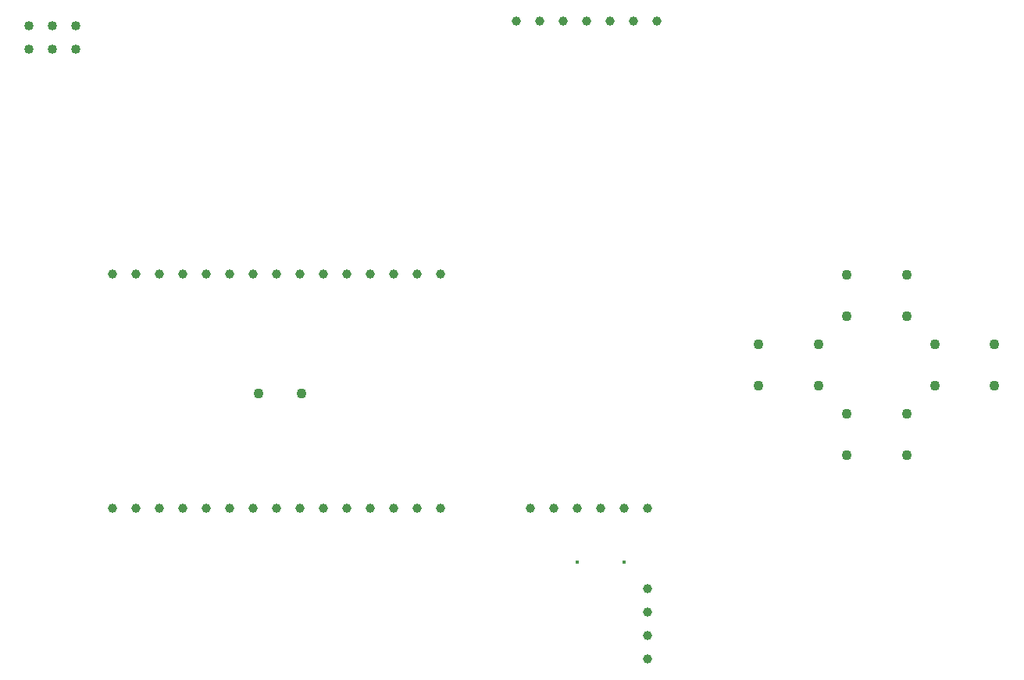
<source format=gbr>
%TF.GenerationSoftware,KiCad,Pcbnew,7.0.2-0*%
%TF.CreationDate,2023-06-19T18:33:11-07:00*%
%TF.ProjectId,FrogBadge,46726f67-4261-4646-9765-2e6b69636164,1.1*%
%TF.SameCoordinates,Original*%
%TF.FileFunction,Plated,1,2,PTH,Drill*%
%TF.FilePolarity,Positive*%
%FSLAX46Y46*%
G04 Gerber Fmt 4.6, Leading zero omitted, Abs format (unit mm)*
G04 Created by KiCad (PCBNEW 7.0.2-0) date 2023-06-19 18:33:11*
%MOMM*%
%LPD*%
G01*
G04 APERTURE LIST*
%TA.AperFunction,ViaDrill*%
%ADD10C,0.400000*%
%TD*%
%TA.AperFunction,ComponentDrill*%
%ADD11C,1.000000*%
%TD*%
%TA.AperFunction,ComponentDrill*%
%ADD12C,1.016000*%
%TD*%
%TA.AperFunction,ComponentDrill*%
%ADD13C,1.100000*%
%TD*%
G04 APERTURE END LIST*
D10*
X414274000Y-331724000D03*
X419354000Y-331724000D03*
D11*
%TO.C,J2*%
X363843500Y-300457000D03*
%TO.C,J1*%
X363843500Y-325907000D03*
%TO.C,J2*%
X366383500Y-300457000D03*
%TO.C,J1*%
X366383500Y-325907000D03*
%TO.C,J2*%
X368923500Y-300457000D03*
%TO.C,J1*%
X368923500Y-325907000D03*
%TO.C,J2*%
X371463500Y-300457000D03*
%TO.C,J1*%
X371463500Y-325907000D03*
%TO.C,J2*%
X374003500Y-300457000D03*
%TO.C,J1*%
X374003500Y-325907000D03*
%TO.C,J2*%
X376543500Y-300457000D03*
%TO.C,J1*%
X376543500Y-325907000D03*
%TO.C,J2*%
X379083500Y-300457000D03*
%TO.C,J1*%
X379083500Y-325907000D03*
%TO.C,J2*%
X381623500Y-300457000D03*
%TO.C,J1*%
X381623500Y-325907000D03*
%TO.C,J2*%
X384163500Y-300457000D03*
%TO.C,J1*%
X384163500Y-325907000D03*
%TO.C,J2*%
X386703500Y-300457000D03*
%TO.C,J1*%
X386703500Y-325907000D03*
%TO.C,J2*%
X389243500Y-300457000D03*
%TO.C,J1*%
X389243500Y-325907000D03*
%TO.C,J2*%
X391783500Y-300457000D03*
%TO.C,J1*%
X391783500Y-325907000D03*
%TO.C,J2*%
X394323500Y-300457000D03*
%TO.C,J1*%
X394323500Y-325907000D03*
%TO.C,J2*%
X396863500Y-300457000D03*
%TO.C,J1*%
X396863500Y-325907000D03*
%TO.C,J2*%
X399403500Y-300457000D03*
%TO.C,J1*%
X399403500Y-325907000D03*
%TO.C,J4*%
X407670000Y-273050000D03*
%TO.C,J3*%
X409194000Y-325882000D03*
%TO.C,J4*%
X410210000Y-273050000D03*
%TO.C,J3*%
X411734000Y-325882000D03*
%TO.C,J4*%
X412750000Y-273050000D03*
%TO.C,J3*%
X414274000Y-325882000D03*
%TO.C,J4*%
X415290000Y-273050000D03*
%TO.C,J3*%
X416814000Y-325882000D03*
%TO.C,J4*%
X417830000Y-273050000D03*
%TO.C,J3*%
X419354000Y-325882000D03*
%TO.C,J4*%
X420370000Y-273050000D03*
%TO.C,J3*%
X421894000Y-325882000D03*
%TO.C,J5*%
X421894000Y-334645000D03*
X421894000Y-337185000D03*
X421894000Y-339725000D03*
X421894000Y-342265000D03*
%TO.C,J4*%
X422910000Y-273050000D03*
D12*
%TO.C,X1*%
X354838000Y-273558000D03*
X354838000Y-276098000D03*
X357378000Y-273558000D03*
X357378000Y-276098000D03*
X359918000Y-273558000D03*
X359918000Y-276098000D03*
D13*
%TO.C,BT1*%
X379730000Y-313436000D03*
X384330000Y-313436000D03*
%TO.C,SW4*%
X433936000Y-308102000D03*
X433936000Y-312602000D03*
X440436000Y-308102000D03*
X440436000Y-312602000D03*
%TO.C,SW1*%
X443484000Y-300554000D03*
X443484000Y-305054000D03*
%TO.C,SW2*%
X443484000Y-315671200D03*
X443484000Y-320171200D03*
%TO.C,SW1*%
X449984000Y-300554000D03*
X449984000Y-305054000D03*
%TO.C,SW2*%
X449984000Y-315671200D03*
X449984000Y-320171200D03*
%TO.C,SW3*%
X453009000Y-308102000D03*
X453009000Y-312602000D03*
X459509000Y-308102000D03*
X459509000Y-312602000D03*
M02*

</source>
